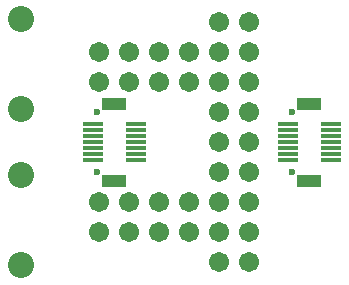
<source format=gts>
G04*
G04 #@! TF.GenerationSoftware,Altium Limited,Altium Designer,18.1.7 (191)*
G04*
G04 Layer_Color=8388736*
%FSLAX24Y24*%
%MOIN*%
G70*
G01*
G75*
%ADD11R,0.0670X0.0158*%
%ADD12R,0.0789X0.0395*%
%ADD13C,0.0671*%
%ADD14C,0.0236*%
%ADD15C,0.0867*%
D11*
X9791Y5000D02*
D03*
Y4803D02*
D03*
Y4606D02*
D03*
Y4409D02*
D03*
Y5197D02*
D03*
Y5394D02*
D03*
Y5591D02*
D03*
X11209Y5000D02*
D03*
Y4803D02*
D03*
Y4606D02*
D03*
Y4409D02*
D03*
Y5197D02*
D03*
Y5394D02*
D03*
Y5591D02*
D03*
X3291Y5000D02*
D03*
Y4803D02*
D03*
Y4606D02*
D03*
Y4409D02*
D03*
Y5197D02*
D03*
Y5394D02*
D03*
Y5591D02*
D03*
X4709Y5000D02*
D03*
Y4803D02*
D03*
Y4606D02*
D03*
Y4409D02*
D03*
Y5197D02*
D03*
Y5394D02*
D03*
Y5591D02*
D03*
D12*
X10500Y3720D02*
D03*
Y6280D02*
D03*
X4000Y3720D02*
D03*
Y6280D02*
D03*
D13*
X6500Y2000D02*
D03*
X5500D02*
D03*
X4500D02*
D03*
X3500D02*
D03*
Y3000D02*
D03*
X4500D02*
D03*
X5500D02*
D03*
X6500D02*
D03*
X3500Y7000D02*
D03*
X4500D02*
D03*
X5500D02*
D03*
X6500D02*
D03*
Y8000D02*
D03*
X5500D02*
D03*
X4500D02*
D03*
X3500D02*
D03*
X8500D02*
D03*
Y7000D02*
D03*
Y6000D02*
D03*
Y5000D02*
D03*
Y4000D02*
D03*
Y3000D02*
D03*
Y2000D02*
D03*
Y1000D02*
D03*
X7500D02*
D03*
Y2000D02*
D03*
Y3000D02*
D03*
Y4000D02*
D03*
Y5000D02*
D03*
Y6000D02*
D03*
Y7000D02*
D03*
Y8000D02*
D03*
Y9000D02*
D03*
X8500D02*
D03*
D14*
X9909Y6004D02*
D03*
Y3996D02*
D03*
X3409Y6004D02*
D03*
Y3996D02*
D03*
D15*
X900Y9100D02*
D03*
Y6100D02*
D03*
Y3900D02*
D03*
Y900D02*
D03*
M02*

</source>
